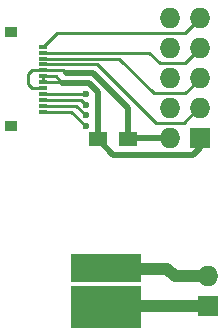
<source format=gtl>
G04 #@! TF.FileFunction,Copper,L1,Top,Signal*
%FSLAX46Y46*%
G04 Gerber Fmt 4.6, Leading zero omitted, Abs format (unit mm)*
G04 Created by KiCad (PCBNEW 0.201510090346+6256~30~ubuntu14.04.1-product) date Son 11 Okt 2015 11:49:56 CEST*
%MOMM*%
G01*
G04 APERTURE LIST*
%ADD10C,0.200000*%
%ADD11R,1.000000X1.000000*%
%ADD12R,6.000000X2.420000*%
%ADD13R,6.000000X3.630000*%
%ADD14R,0.800000X0.300000*%
%ADD15R,1.000000X0.950000*%
%ADD16R,1.727200X1.727200*%
%ADD17O,1.727200X1.727200*%
%ADD18R,1.500000X1.250000*%
%ADD19C,0.600000*%
%ADD20C,0.250000*%
%ADD21C,0.500000*%
%ADD22C,1.000000*%
G04 APERTURE END LIST*
D10*
D11*
X141502000Y-110700000D03*
X141502000Y-109700000D03*
X141502000Y-108700000D03*
X144502000Y-110700000D03*
X144502000Y-109700000D03*
X144502000Y-108700000D03*
X143502000Y-110700000D03*
X143502000Y-109700000D03*
X143502000Y-108700000D03*
X142502000Y-108700000D03*
X142502000Y-110700000D03*
X142502000Y-106950000D03*
X143502000Y-106950000D03*
X141502000Y-106950000D03*
X144502000Y-106950000D03*
X141502000Y-105950000D03*
X142502000Y-105950000D03*
X143502000Y-105950000D03*
X142502000Y-109700000D03*
D12*
X143002000Y-106450000D03*
D11*
X144502000Y-105950000D03*
D13*
X143002000Y-109750000D03*
D14*
X137700000Y-87750000D03*
X137700000Y-88250000D03*
X137700000Y-88750000D03*
X137700000Y-89250000D03*
X137700000Y-89750000D03*
X137700000Y-90250000D03*
X137700000Y-90750000D03*
X137700000Y-91250000D03*
X137700000Y-91750000D03*
X137700000Y-92250000D03*
X137700000Y-92750000D03*
X137700000Y-93250000D03*
D15*
X135000000Y-86525000D03*
X135000000Y-94475000D03*
D16*
X151000000Y-95500000D03*
D17*
X148460000Y-95500000D03*
X151000000Y-92960000D03*
X148460000Y-92960000D03*
X151000000Y-90420000D03*
X148460000Y-90420000D03*
X151000000Y-87880000D03*
X148460000Y-87880000D03*
X151000000Y-85340000D03*
X148460000Y-85340000D03*
D18*
X144850000Y-95600000D03*
X142350000Y-95600000D03*
D16*
X151638000Y-109728000D03*
D17*
X151638000Y-107188000D03*
D19*
X141300000Y-91750000D03*
X141300000Y-92650000D03*
X141300000Y-93550000D03*
X141350000Y-94500000D03*
D20*
X151000000Y-85340000D02*
X151000000Y-85350000D01*
X151000000Y-85350000D02*
X149750000Y-86600000D01*
X149750000Y-86600000D02*
X138850000Y-86600000D01*
X138850000Y-86600000D02*
X137700000Y-87750000D01*
X151000000Y-87880000D02*
X151000000Y-87900000D01*
X151000000Y-87900000D02*
X149750000Y-89150000D01*
X149750000Y-89150000D02*
X147600000Y-89150000D01*
X147600000Y-89150000D02*
X146700000Y-88250000D01*
X146700000Y-88250000D02*
X137700000Y-88250000D01*
X151000000Y-90420000D02*
X151000000Y-90450000D01*
X151000000Y-90450000D02*
X149750000Y-91700000D01*
X149750000Y-91700000D02*
X147050000Y-91700000D01*
X147050000Y-91700000D02*
X144100000Y-88750000D01*
X144100000Y-88750000D02*
X137700000Y-88750000D01*
X151000000Y-92960000D02*
X150840000Y-92960000D01*
X150840000Y-92960000D02*
X149600000Y-94200000D01*
X149600000Y-94200000D02*
X147250000Y-94200000D01*
X147250000Y-94200000D02*
X142300000Y-89250000D01*
X142300000Y-89250000D02*
X137700000Y-89250000D01*
X137700000Y-89750000D02*
X139350000Y-89750000D01*
D21*
X144850000Y-92950000D02*
X141900000Y-90000000D01*
X141900000Y-90000000D02*
X139600000Y-90000000D01*
X144850000Y-92950000D02*
X144850000Y-95600000D01*
D20*
X139350000Y-89750000D02*
X139600000Y-90000000D01*
D21*
X148460000Y-95500000D02*
X144950000Y-95500000D01*
X144950000Y-95500000D02*
X144850000Y-95600000D01*
D20*
X137700000Y-91250000D02*
X136800000Y-91250000D01*
X136750000Y-89750000D02*
X137700000Y-89750000D01*
X136450000Y-90050000D02*
X136750000Y-89750000D01*
X136450000Y-90900000D02*
X136450000Y-90050000D01*
X136800000Y-91250000D02*
X136450000Y-90900000D01*
X137700000Y-90750000D02*
X139250000Y-90750000D01*
X139250000Y-90750000D02*
X139300000Y-90800000D01*
X137700000Y-90250000D02*
X138750000Y-90250000D01*
X138750000Y-90250000D02*
X139300000Y-90800000D01*
D21*
X142350000Y-91550000D02*
X141600000Y-90800000D01*
X142350000Y-91550000D02*
X142350000Y-95600000D01*
X141600000Y-90800000D02*
X139300000Y-90800000D01*
X151000000Y-95500000D02*
X151000000Y-96300000D01*
X151000000Y-96300000D02*
X150400000Y-96900000D01*
X143650000Y-96900000D02*
X142350000Y-95600000D01*
X150400000Y-96900000D02*
X143650000Y-96900000D01*
D20*
X137700000Y-90250000D02*
X137700000Y-90750000D01*
X137700000Y-91750000D02*
X141300000Y-91750000D01*
X137700000Y-92250000D02*
X140900000Y-92250000D01*
X140900000Y-92250000D02*
X141300000Y-92650000D01*
X137700000Y-92750000D02*
X140500000Y-92750000D01*
X140500000Y-92750000D02*
X141300000Y-93550000D01*
X137700000Y-93250000D02*
X140100000Y-93250000D01*
X140100000Y-93250000D02*
X141350000Y-94500000D01*
D22*
X151638000Y-107188000D02*
X148844000Y-107188000D01*
X148844000Y-107188000D02*
X148206001Y-106550001D01*
X148206001Y-106550001D02*
X143000000Y-106550001D01*
X151638000Y-109728000D02*
X143122001Y-109728000D01*
X143122001Y-109728000D02*
X143000000Y-109850001D01*
M02*

</source>
